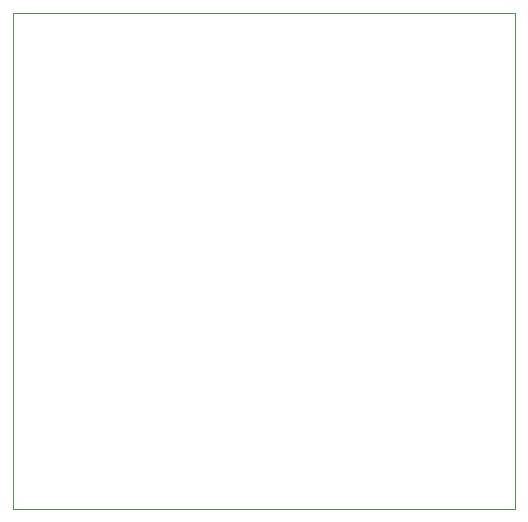
<source format=gbr>
%TF.GenerationSoftware,KiCad,Pcbnew,(6.99.0-228-g2fdbc41b8f)*%
%TF.CreationDate,2022-01-21T20:17:30+01:00*%
%TF.ProjectId,mob,6d6f622e-6b69-4636-9164-5f7063625858,rev?*%
%TF.SameCoordinates,Original*%
%TF.FileFunction,Profile,NP*%
%FSLAX46Y46*%
G04 Gerber Fmt 4.6, Leading zero omitted, Abs format (unit mm)*
G04 Created by KiCad (PCBNEW (6.99.0-228-g2fdbc41b8f)) date 2022-01-21 20:17:30*
%MOMM*%
%LPD*%
G01*
G04 APERTURE LIST*
%TA.AperFunction,Profile*%
%ADD10C,0.100000*%
%TD*%
G04 APERTURE END LIST*
D10*
X150000000Y-40000000D02*
X192500000Y-40000000D01*
X192500000Y-40000000D02*
X192500000Y-82000000D01*
X192500000Y-82000000D02*
X150000000Y-82000000D01*
X150000000Y-82000000D02*
X150000000Y-40000000D01*
M02*

</source>
